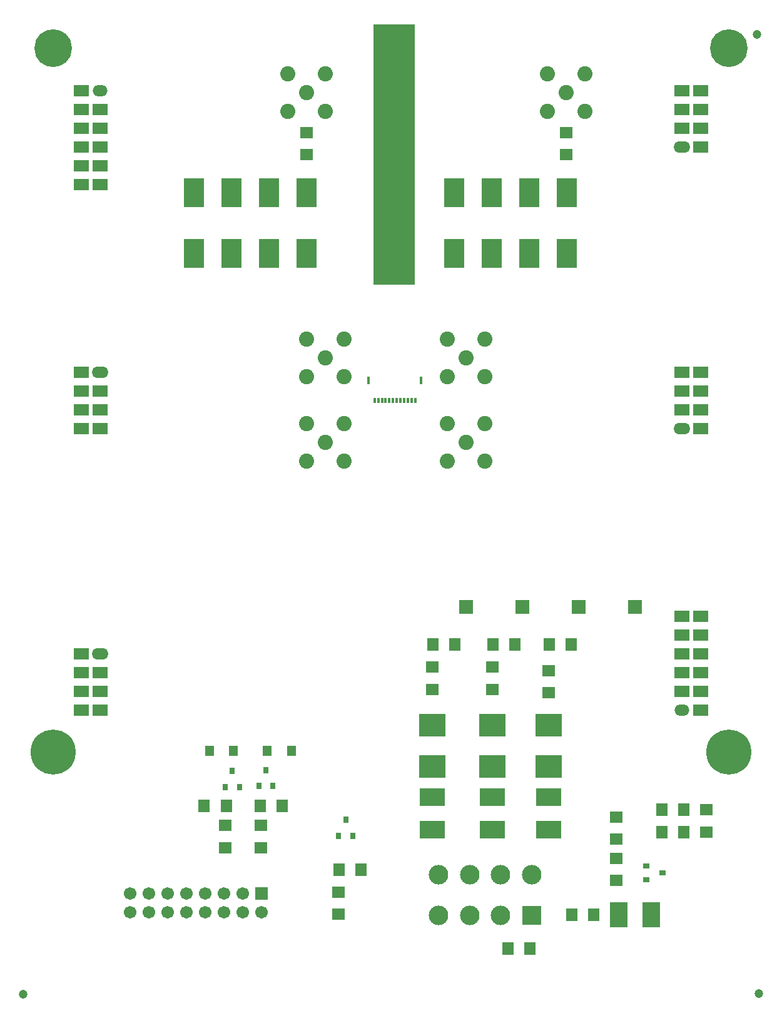
<source format=gts>
G04 Layer_Color=8388736*
%FSLAX44Y44*%
%MOMM*%
G71*
G01*
G75*
%ADD56R,5.6000X35.2000*%
%ADD57C,1.2000*%
%ADD58R,0.4000X1.1000*%
%ADD59R,0.4000X0.8000*%
%ADD60R,1.7016X1.5016*%
%ADD61R,1.7000X1.5000*%
%ADD62R,1.5000X1.7000*%
%ADD63R,3.6016X3.1016*%
%ADD64R,2.4016X3.5016*%
%ADD65R,3.5016X2.4016*%
%ADD66R,2.7400X4.0100*%
%ADD67R,1.2016X1.3216*%
%ADD68R,0.7016X0.9016*%
%ADD69R,0.7016X0.9016*%
%ADD70R,0.9016X0.7016*%
%ADD71R,0.9016X0.7016*%
%ADD72C,2.0516*%
%ADD73C,1.7016*%
%ADD74R,1.7016X1.7016*%
%ADD75C,6.1000*%
%ADD76C,5.1000*%
%ADD77C,2.6416*%
%ADD78R,2.6416X2.6416*%
%ADD79R,1.8796X1.8796*%
%ADD80R,2.0066X1.5240*%
%ADD81O,2.2606X1.5240*%
%ADD82O,2.0066X1.5240*%
%ADD83C,0.0000*%
D56*
X502000Y1136000D02*
D03*
D57*
X-250Y-250D02*
D03*
X995750Y750D02*
D03*
X993300Y1298800D02*
D03*
D58*
X467600Y830000D02*
D03*
X538400D02*
D03*
D59*
X475500Y803500D02*
D03*
X480500D02*
D03*
X485500D02*
D03*
X490500D02*
D03*
X495500D02*
D03*
X500500D02*
D03*
X505500D02*
D03*
X510500D02*
D03*
X515500D02*
D03*
X520500D02*
D03*
X525500D02*
D03*
X530500D02*
D03*
D60*
X924720Y249300D02*
D03*
Y219300D02*
D03*
X711360Y437740D02*
D03*
Y407740D02*
D03*
X635160Y442340D02*
D03*
Y412340D02*
D03*
X553880D02*
D03*
Y442340D02*
D03*
D61*
X802800Y239380D02*
D03*
Y209380D02*
D03*
Y153500D02*
D03*
Y183500D02*
D03*
X321412Y198127D02*
D03*
Y228127D02*
D03*
X426880Y137780D02*
D03*
Y107780D02*
D03*
X273591Y228127D02*
D03*
Y198127D02*
D03*
X735117Y1165933D02*
D03*
Y1135933D02*
D03*
X383017D02*
D03*
Y1165933D02*
D03*
D62*
X244643Y254970D02*
D03*
X274643D02*
D03*
X320360Y254970D02*
D03*
X350360D02*
D03*
X457120Y168500D02*
D03*
X427120D02*
D03*
X894000Y249780D02*
D03*
X864000D02*
D03*
X741600Y473300D02*
D03*
X711600D02*
D03*
X864000Y219300D02*
D03*
X894000D02*
D03*
X665400Y473300D02*
D03*
X635400D02*
D03*
X685720Y61820D02*
D03*
X655720D02*
D03*
X554120Y473300D02*
D03*
X584120D02*
D03*
X742080Y107540D02*
D03*
X772080D02*
D03*
D63*
X711360Y364197D02*
D03*
Y308083D02*
D03*
X635160Y364197D02*
D03*
Y308083D02*
D03*
X553880D02*
D03*
Y364197D02*
D03*
D64*
X806200Y107540D02*
D03*
X850200D02*
D03*
D65*
X711360Y266700D02*
D03*
Y222700D02*
D03*
X635160D02*
D03*
Y266700D02*
D03*
X553880D02*
D03*
Y222700D02*
D03*
D66*
X231015Y1002607D02*
D03*
Y1083907D02*
D03*
X281815Y1002607D02*
D03*
Y1083907D02*
D03*
X332615Y1002607D02*
D03*
Y1083907D02*
D03*
X383415Y1002607D02*
D03*
Y1083907D02*
D03*
X583115Y1002607D02*
D03*
Y1083907D02*
D03*
X633915Y1002607D02*
D03*
Y1083907D02*
D03*
X684715Y1002607D02*
D03*
Y1083907D02*
D03*
X735515Y1002607D02*
D03*
Y1083907D02*
D03*
D67*
X284462Y329193D02*
D03*
X251762D02*
D03*
X362669Y328694D02*
D03*
X329969D02*
D03*
D68*
X436405Y235810D02*
D03*
X282952Y301800D02*
D03*
X328447Y302961D02*
D03*
D69*
X445930Y214220D02*
D03*
X426880Y214220D02*
D03*
X273427Y280211D02*
D03*
X292477Y280210D02*
D03*
X337972Y281371D02*
D03*
X318922Y281371D02*
D03*
D70*
X843440Y173580D02*
D03*
X843440Y154530D02*
D03*
D71*
X865030Y164055D02*
D03*
D72*
X625000Y771750D02*
D03*
X574200D02*
D03*
Y720950D02*
D03*
X625000D02*
D03*
X599600Y746350D02*
D03*
X434500Y771750D02*
D03*
X383700D02*
D03*
Y720950D02*
D03*
X434500D02*
D03*
X409100Y746350D02*
D03*
X625000Y886050D02*
D03*
X574200D02*
D03*
Y835250D02*
D03*
X625000D02*
D03*
X599600Y860650D02*
D03*
X434500Y886050D02*
D03*
X383700D02*
D03*
Y835250D02*
D03*
X434500D02*
D03*
X409100Y860650D02*
D03*
X760517Y1244913D02*
D03*
X709717D02*
D03*
Y1194113D02*
D03*
X760517D02*
D03*
X735117Y1219513D02*
D03*
X408417Y1244913D02*
D03*
X357617D02*
D03*
Y1194113D02*
D03*
X408417D02*
D03*
X383017Y1219513D02*
D03*
D73*
X145000Y110700D02*
D03*
Y136100D02*
D03*
X170400Y110700D02*
D03*
Y136100D02*
D03*
X195800Y110700D02*
D03*
Y136100D02*
D03*
X221200Y110700D02*
D03*
Y136100D02*
D03*
X246600Y110700D02*
D03*
Y136100D02*
D03*
X272000Y110700D02*
D03*
Y136100D02*
D03*
X297400D02*
D03*
X322800Y110700D02*
D03*
X297400D02*
D03*
D74*
X322800Y136100D02*
D03*
D75*
X40800Y327200D02*
D03*
X955200D02*
D03*
D76*
Y1279700D02*
D03*
X40800D02*
D03*
D77*
X646000Y106710D02*
D03*
X604000D02*
D03*
X562000D02*
D03*
X688000Y161710D02*
D03*
X646000D02*
D03*
X604000D02*
D03*
X562000D02*
D03*
D78*
X688000Y106710D02*
D03*
D79*
X828200Y524100D02*
D03*
X675800D02*
D03*
X752000D02*
D03*
X599600D02*
D03*
D80*
X917100Y1146400D02*
D03*
Y1222600D02*
D03*
Y1197200D02*
D03*
X891700D02*
D03*
X917100Y1171800D02*
D03*
X891700D02*
D03*
Y1222600D02*
D03*
Y841600D02*
D03*
Y790800D02*
D03*
X917100D02*
D03*
X891700Y816200D02*
D03*
X917100D02*
D03*
Y841600D02*
D03*
Y765400D02*
D03*
X78900Y841600D02*
D03*
Y765400D02*
D03*
Y790800D02*
D03*
X104300D02*
D03*
X78900Y816200D02*
D03*
X104300D02*
D03*
Y765400D02*
D03*
Y384400D02*
D03*
Y435200D02*
D03*
X78900D02*
D03*
X104300Y409800D02*
D03*
X78900D02*
D03*
Y384400D02*
D03*
Y460600D02*
D03*
X891700Y511400D02*
D03*
X917100D02*
D03*
Y486000D02*
D03*
X891700D02*
D03*
X917100Y460600D02*
D03*
X891700D02*
D03*
X917100Y435200D02*
D03*
X891700D02*
D03*
X917100Y409800D02*
D03*
X891700D02*
D03*
X917100Y384400D02*
D03*
X78900Y1222600D02*
D03*
X104300Y1197200D02*
D03*
X78900D02*
D03*
X104300Y1171800D02*
D03*
X78900D02*
D03*
X104300Y1146400D02*
D03*
X78900D02*
D03*
X104300Y1121000D02*
D03*
X78900D02*
D03*
Y1095600D02*
D03*
X104300D02*
D03*
D81*
X891700Y1146400D02*
D03*
Y765400D02*
D03*
X104300Y841600D02*
D03*
Y460600D02*
D03*
D82*
X891700Y384400D02*
D03*
X104300Y1222600D02*
D03*
D83*
X333000Y622000D02*
D03*
Y637000D02*
D03*
X230000Y752000D02*
D03*
Y727000D02*
D03*
Y702000D02*
D03*
Y682000D02*
D03*
X205000D02*
D03*
Y702000D02*
D03*
Y727000D02*
D03*
Y752000D02*
D03*
X155000Y612000D02*
D03*
X135000Y597000D02*
D03*
Y612000D02*
D03*
Y627000D02*
D03*
Y643000D02*
D03*
Y657000D02*
D03*
Y672000D02*
D03*
Y687000D02*
D03*
Y702000D02*
D03*
X655000Y977000D02*
D03*
X935000Y1207000D02*
D03*
Y1192000D02*
D03*
Y1177000D02*
D03*
Y1162000D02*
D03*
Y1147000D02*
D03*
X870000Y1207000D02*
D03*
X855000D02*
D03*
X840000D02*
D03*
X825000D02*
D03*
X810000D02*
D03*
X790000Y1197000D02*
D03*
X780000Y1187000D02*
D03*
X610000Y1217000D02*
D03*
X640000D02*
D03*
X670000Y1212000D02*
D03*
X675000Y1202000D02*
D03*
X685000Y1192000D02*
D03*
X660000D02*
D03*
X615000Y1187000D02*
D03*
X605000Y1192000D02*
D03*
X595000Y1187000D02*
D03*
X585000Y1192000D02*
D03*
X575000Y1187000D02*
D03*
X565000Y1192000D02*
D03*
X554000Y1187000D02*
D03*
X544000Y1192000D02*
D03*
X535000Y1187000D02*
D03*
X525000Y1192000D02*
D03*
X515000Y1187000D02*
D03*
X505000Y1192000D02*
D03*
X520000Y1217000D02*
D03*
X550000D02*
D03*
X580000D02*
D03*
X485000Y1207000D02*
D03*
X480000Y1192000D02*
D03*
Y1177000D02*
D03*
X525000Y1162000D02*
D03*
X500000D02*
D03*
X485000Y1167000D02*
D03*
X395000Y1182000D02*
D03*
X370000D02*
D03*
X365000Y1167000D02*
D03*
X368000Y838000D02*
D03*
X358000Y828000D02*
D03*
X348000Y818000D02*
D03*
X308000Y863000D02*
D03*
Y878000D02*
D03*
X348000Y853000D02*
D03*
X253000Y933000D02*
D03*
X283000Y908000D02*
D03*
X208000Y898000D02*
D03*
X228000Y868000D02*
D03*
Y883000D02*
D03*
X208000D02*
D03*
Y868000D02*
D03*
Y853000D02*
D03*
X218000Y788000D02*
D03*
X233000D02*
D03*
Y768000D02*
D03*
X218000D02*
D03*
X203000D02*
D03*
X138000Y818000D02*
D03*
Y803000D02*
D03*
Y788000D02*
D03*
X565000Y1279750D02*
D03*
X533250D02*
D03*
X501500D02*
D03*
X469750D02*
D03*
X533250Y1216250D02*
D03*
X501500D02*
D03*
X469750D02*
D03*
Y1184500D02*
D03*
X565000Y1216250D02*
D03*
Y1248000D02*
D03*
X533250D02*
D03*
X501500D02*
D03*
X469750D02*
D03*
X618650Y974950D02*
D03*
Y962250D02*
D03*
X605950Y949550D02*
D03*
X593250Y943200D02*
D03*
X599600Y917800D02*
D03*
X586900D02*
D03*
X113000Y703000D02*
D03*
X108000Y728000D02*
D03*
X218000Y548000D02*
D03*
X143000Y573000D02*
D03*
X127000D02*
D03*
X108000Y588000D02*
D03*
Y633000D02*
D03*
Y678000D02*
D03*
X123000Y713000D02*
D03*
X143000Y733000D02*
D03*
X133000Y723000D02*
D03*
X98000Y718000D02*
D03*
X108000Y693000D02*
D03*
X83000D02*
D03*
Y678000D02*
D03*
Y648000D02*
D03*
X203000Y548000D02*
D03*
X286900Y514000D02*
D03*
X188000Y548000D02*
D03*
X254600Y523800D02*
D03*
X307500Y638400D02*
D03*
Y651100D02*
D03*
Y663800D02*
D03*
Y676500D02*
D03*
Y689200D02*
D03*
Y701900D02*
D03*
X294800Y816200D02*
D03*
Y803500D02*
D03*
Y790800D02*
D03*
X307500D02*
D03*
X294800Y841600D02*
D03*
Y854300D02*
D03*
Y867000D02*
D03*
Y879700D02*
D03*
Y892400D02*
D03*
Y905100D02*
D03*
Y917800D02*
D03*
Y930500D02*
D03*
Y943200D02*
D03*
Y955900D02*
D03*
Y968600D02*
D03*
X313850Y924150D02*
D03*
X326550Y936850D02*
D03*
X339250Y949550D02*
D03*
X529750Y1013050D02*
D03*
X498000D02*
D03*
X466250D02*
D03*
X498000Y981300D02*
D03*
X466250D02*
D03*
Y1076550D02*
D03*
X498000D02*
D03*
X529750D02*
D03*
Y1108300D02*
D03*
X498000D02*
D03*
X466250D02*
D03*
X491650Y1152750D02*
D03*
X542450Y1127350D02*
D03*
X555150Y1152750D02*
D03*
X542450D02*
D03*
X529750D02*
D03*
X517050D02*
D03*
X504350D02*
D03*
X478950D02*
D03*
X466250D02*
D03*
X453550D02*
D03*
Y1127350D02*
D03*
X466250D02*
D03*
X478950D02*
D03*
X491650D02*
D03*
X504350D02*
D03*
X517050D02*
D03*
X529750D02*
D03*
X555150D02*
D03*
X567850Y1114650D02*
D03*
X555150D02*
D03*
Y1101950D02*
D03*
Y1089250D02*
D03*
Y1076550D02*
D03*
Y1063850D02*
D03*
Y1019400D02*
D03*
Y1006700D02*
D03*
Y994000D02*
D03*
X561500Y1044800D02*
D03*
X548800D02*
D03*
X536100D02*
D03*
X523400D02*
D03*
X510700D02*
D03*
X498000D02*
D03*
X485300D02*
D03*
X472600D02*
D03*
X459900D02*
D03*
X529750Y886050D02*
D03*
X498000D02*
D03*
X466250D02*
D03*
X669450Y746350D02*
D03*
X644050Y720950D02*
D03*
X656750Y733650D02*
D03*
X688500Y841600D02*
D03*
X669450D02*
D03*
X656750Y854300D02*
D03*
X644050Y867000D02*
D03*
X637700Y841600D02*
D03*
X650400Y828900D02*
D03*
X663100Y816200D02*
D03*
X701200D02*
D03*
X682150D02*
D03*
Y790800D02*
D03*
X650400Y771750D02*
D03*
X637700Y759050D02*
D03*
X669450D02*
D03*
X656750Y746350D02*
D03*
X663100Y784450D02*
D03*
X555150Y917800D02*
D03*
X820578Y1181435D02*
D03*
X460618Y816637D02*
D03*
X449119Y707769D02*
D03*
X529750Y968600D02*
D03*
X517050D02*
D03*
X444350D02*
D03*
X431650D02*
D03*
Y981300D02*
D03*
Y994000D02*
D03*
Y1006700D02*
D03*
Y1019400D02*
D03*
Y1101950D02*
D03*
Y1089250D02*
D03*
Y1076550D02*
D03*
Y1063850D02*
D03*
X21750Y1216250D02*
D03*
Y1184500D02*
D03*
Y1152750D02*
D03*
Y1121000D02*
D03*
Y1089250D02*
D03*
Y1057500D02*
D03*
Y1025750D02*
D03*
Y994000D02*
D03*
Y962250D02*
D03*
Y930500D02*
D03*
X53500Y1025750D02*
D03*
Y1057500D02*
D03*
X85250Y1025750D02*
D03*
Y1057500D02*
D03*
Y962250D02*
D03*
Y994000D02*
D03*
X53500D02*
D03*
Y962250D02*
D03*
Y930500D02*
D03*
Y898750D02*
D03*
X85250Y930500D02*
D03*
X117000Y898750D02*
D03*
X85250D02*
D03*
X21750D02*
D03*
Y867000D02*
D03*
Y835250D02*
D03*
Y803500D02*
D03*
X688500Y1216250D02*
D03*
X215750Y1152750D02*
D03*
Y1184500D02*
D03*
X247500D02*
D03*
X279250D02*
D03*
X311000D02*
D03*
X342750Y1216250D02*
D03*
X311000Y1241650D02*
D03*
Y1216250D02*
D03*
X279250D02*
D03*
X247500D02*
D03*
X215750D02*
D03*
X129856Y1171129D02*
D03*
X128877Y1157429D02*
D03*
X129856Y1145686D02*
D03*
X85250Y1248000D02*
D03*
X117000D02*
D03*
X148750D02*
D03*
X180500D02*
D03*
X215750D02*
D03*
X247500D02*
D03*
X279250D02*
D03*
X247500Y1152750D02*
D03*
Y1121000D02*
D03*
X215750D02*
D03*
X210000Y1090700D02*
D03*
Y1060700D02*
D03*
Y1030700D02*
D03*
Y1000700D02*
D03*
X240000Y960700D02*
D03*
X266550Y943200D02*
D03*
X498000Y613000D02*
D03*
Y644750D02*
D03*
Y676500D02*
D03*
X529750D02*
D03*
Y644750D02*
D03*
X561500Y676500D02*
D03*
Y708250D02*
D03*
X529750D02*
D03*
X498000D02*
D03*
X466250D02*
D03*
Y676500D02*
D03*
Y644750D02*
D03*
Y613000D02*
D03*
Y581250D02*
D03*
X434500D02*
D03*
Y613000D02*
D03*
Y644750D02*
D03*
Y676500D02*
D03*
X408263Y716087D02*
D03*
X402750Y676500D02*
D03*
Y644750D02*
D03*
Y613000D02*
D03*
Y581250D02*
D03*
X173000Y548000D02*
D03*
X249200Y477300D02*
D03*
X371000Y644750D02*
D03*
Y676500D02*
D03*
Y708250D02*
D03*
X752000Y581250D02*
D03*
X688500Y549500D02*
D03*
X656750Y581250D02*
D03*
X688500D02*
D03*
X593250D02*
D03*
X625000Y549500D02*
D03*
Y581250D02*
D03*
Y613000D02*
D03*
X656750D02*
D03*
X688500D02*
D03*
X720250D02*
D03*
X752000D02*
D03*
X656750Y644750D02*
D03*
X688500D02*
D03*
X720250D02*
D03*
X752000D02*
D03*
Y676500D02*
D03*
X688500D02*
D03*
X720250D02*
D03*
Y708250D02*
D03*
X752000Y740000D02*
D03*
Y708250D02*
D03*
X783750D02*
D03*
Y740000D02*
D03*
X815500D02*
D03*
Y708250D02*
D03*
Y676500D02*
D03*
X783750D02*
D03*
Y644750D02*
D03*
X815500D02*
D03*
Y613000D02*
D03*
X783750D02*
D03*
Y581250D02*
D03*
Y498700D02*
D03*
X815500Y581250D02*
D03*
X847250D02*
D03*
Y613000D02*
D03*
Y708250D02*
D03*
Y740000D02*
D03*
X879000D02*
D03*
X910750D02*
D03*
X942500D02*
D03*
Y708250D02*
D03*
X910750D02*
D03*
X879000D02*
D03*
Y676500D02*
D03*
X847250D02*
D03*
Y644750D02*
D03*
X879000D02*
D03*
Y613000D02*
D03*
X910750D02*
D03*
Y644750D02*
D03*
Y676500D02*
D03*
X942500D02*
D03*
Y644750D02*
D03*
Y613000D02*
D03*
Y581250D02*
D03*
X910750D02*
D03*
X879000D02*
D03*
X123350Y790800D02*
D03*
Y816200D02*
D03*
X123000Y843000D02*
D03*
X138000D02*
D03*
X63000Y828000D02*
D03*
Y778000D02*
D03*
X97950Y860650D02*
D03*
X78900D02*
D03*
X47150Y854300D02*
D03*
Y835250D02*
D03*
Y816200D02*
D03*
Y797150D02*
D03*
X53500Y771750D02*
D03*
X128000Y748000D02*
D03*
X138000Y758000D02*
D03*
X128000Y763000D02*
D03*
X118000Y738000D02*
D03*
X85250Y740000D02*
D03*
X53500D02*
D03*
Y708250D02*
D03*
X88000Y708000D02*
D03*
X108000Y663000D02*
D03*
Y648000D02*
D03*
X83000Y663000D02*
D03*
X53500Y676500D02*
D03*
X108000Y618000D02*
D03*
X83000Y633000D02*
D03*
X53500Y644750D02*
D03*
Y613000D02*
D03*
X83000Y603000D02*
D03*
X108000D02*
D03*
X113000Y573000D02*
D03*
X82000Y575000D02*
D03*
X53500Y581250D02*
D03*
X98000Y548000D02*
D03*
X53500Y549500D02*
D03*
Y517750D02*
D03*
X88000Y558000D02*
D03*
X113000Y548000D02*
D03*
X143000D02*
D03*
X158000D02*
D03*
X263000Y533000D02*
D03*
X148750Y486000D02*
D03*
X128000Y548000D02*
D03*
X21750Y771750D02*
D03*
Y740000D02*
D03*
Y708250D02*
D03*
Y676500D02*
D03*
Y644750D02*
D03*
Y613000D02*
D03*
X752000Y867000D02*
D03*
X720250D02*
D03*
X656750Y898750D02*
D03*
X688500Y867000D02*
D03*
X656750D02*
D03*
X688500Y898750D02*
D03*
X720250D02*
D03*
X752000D02*
D03*
X783750D02*
D03*
X815500Y930500D02*
D03*
X783750D02*
D03*
X752000D02*
D03*
X720250D02*
D03*
X688500D02*
D03*
X631350Y949550D02*
D03*
X618650Y936850D02*
D03*
X572488Y917923D02*
D03*
X599600Y962250D02*
D03*
X644050Y955900D02*
D03*
Y968600D02*
D03*
X688500Y962250D02*
D03*
X815500D02*
D03*
X783750D02*
D03*
X752000D02*
D03*
X720250D02*
D03*
X783750Y994000D02*
D03*
X815500D02*
D03*
Y1025750D02*
D03*
X783750D02*
D03*
Y1057500D02*
D03*
X815500D02*
D03*
X974250Y1121000D02*
D03*
Y1089250D02*
D03*
Y1057500D02*
D03*
Y1025750D02*
D03*
Y994000D02*
D03*
Y962250D02*
D03*
Y930500D02*
D03*
X847250Y1057500D02*
D03*
Y1025750D02*
D03*
Y994000D02*
D03*
Y962250D02*
D03*
X879000Y994000D02*
D03*
Y1025750D02*
D03*
Y1057500D02*
D03*
Y1089250D02*
D03*
X847250D02*
D03*
X815500D02*
D03*
X783750D02*
D03*
X625000Y1248000D02*
D03*
X656750D02*
D03*
Y1216250D02*
D03*
X625000D02*
D03*
X593250D02*
D03*
Y1248000D02*
D03*
X438000Y1184500D02*
D03*
Y1216250D02*
D03*
Y1248000D02*
D03*
X783750D02*
D03*
Y1279750D02*
D03*
X752000D02*
D03*
X720250D02*
D03*
X688500D02*
D03*
X656750D02*
D03*
X625000D02*
D03*
X593250D02*
D03*
X438000D02*
D03*
X406250D02*
D03*
X374500D02*
D03*
X342750D02*
D03*
X311000D02*
D03*
X279250D02*
D03*
X247500D02*
D03*
X215750D02*
D03*
X180500D02*
D03*
X148750D02*
D03*
X117000D02*
D03*
X85250D02*
D03*
X766024Y1222744D02*
D03*
X784658Y1215784D02*
D03*
X797454D02*
D03*
X845947Y1222968D02*
D03*
X857846D02*
D03*
X853600Y1152750D02*
D03*
X840900Y1140050D02*
D03*
X866300Y1127350D02*
D03*
X853600D02*
D03*
X840900D02*
D03*
X828200D02*
D03*
X815500D02*
D03*
X802800D02*
D03*
X790100D02*
D03*
X777400D02*
D03*
X764700D02*
D03*
X752000D02*
D03*
X805536Y1180312D02*
D03*
X798230Y1172842D02*
D03*
X832970Y1181404D02*
D03*
X851318D02*
D03*
X840900Y1171800D02*
D03*
X828200Y1159100D02*
D03*
X815500Y1152750D02*
D03*
X802800D02*
D03*
X790100D02*
D03*
X777400D02*
D03*
X764700D02*
D03*
X790100D02*
D03*
Y1165450D02*
D03*
X777400D02*
D03*
Y1152750D02*
D03*
X790100Y1127350D02*
D03*
X802800D02*
D03*
X777400D02*
D03*
X764700D02*
D03*
X752000D02*
D03*
X764700Y1152750D02*
D03*
Y1165450D02*
D03*
X752000Y1152750D02*
D03*
Y1165450D02*
D03*
X732950Y1248000D02*
D03*
X707550Y1222600D02*
D03*
X669000Y1182000D02*
D03*
X650400Y1184500D02*
D03*
X637700Y1190850D02*
D03*
X625000D02*
D03*
X399900Y1127350D02*
D03*
X412600D02*
D03*
X425300D02*
D03*
X438000D02*
D03*
X574200D02*
D03*
X586900D02*
D03*
X599600D02*
D03*
X612300D02*
D03*
X399900Y1171800D02*
D03*
Y1159100D02*
D03*
X412600Y1152750D02*
D03*
X425300D02*
D03*
X438000D02*
D03*
X574200D02*
D03*
X586900D02*
D03*
X599600D02*
D03*
X612300D02*
D03*
X349100Y1171800D02*
D03*
X412600Y1216250D02*
D03*
X380850Y1248000D02*
D03*
X355450Y1216250D02*
D03*
X311000Y1152750D02*
D03*
X323700D02*
D03*
X336400D02*
D03*
X349100D02*
D03*
X361800D02*
D03*
X355450Y1127350D02*
D03*
X342750D02*
D03*
X330050D02*
D03*
X317350D02*
D03*
X304650D02*
D03*
X291950D02*
D03*
X294800Y1152750D02*
D03*
X282100Y1159100D02*
D03*
X266550Y1152750D02*
D03*
Y1140050D02*
D03*
Y1127350D02*
D03*
X707550Y1108300D02*
D03*
Y1095600D02*
D03*
Y1082900D02*
D03*
Y1070200D02*
D03*
Y1057500D02*
D03*
X758350Y1063850D02*
D03*
Y1076550D02*
D03*
Y1089250D02*
D03*
Y1101950D02*
D03*
Y1114650D02*
D03*
X745650D02*
D03*
X726600D02*
D03*
X707550Y1127350D02*
D03*
X694850D02*
D03*
X682150D02*
D03*
X669450D02*
D03*
X656750D02*
D03*
X713900Y1165450D02*
D03*
X707550Y1152750D02*
D03*
X694850D02*
D03*
X682150D02*
D03*
X669450D02*
D03*
X656750D02*
D03*
X701200Y1165450D02*
D03*
X688500D02*
D03*
X675800D02*
D03*
X663100D02*
D03*
X650400D02*
D03*
X618650D02*
D03*
X625000Y1152750D02*
D03*
X644050D02*
D03*
X625000Y1127350D02*
D03*
X644050D02*
D03*
X656750Y1076550D02*
D03*
Y1089250D02*
D03*
Y1101950D02*
D03*
Y1114650D02*
D03*
X644050D02*
D03*
X467713Y759634D02*
D03*
X479945Y767708D02*
D03*
X904400Y1114650D02*
D03*
Y1101950D02*
D03*
X929800Y1121000D02*
D03*
Y1101950D02*
D03*
Y1082900D02*
D03*
Y1063850D02*
D03*
X891700Y1241650D02*
D03*
X904400Y1127350D02*
D03*
X891700D02*
D03*
X879000D02*
D03*
X872650Y1140050D02*
D03*
Y1159100D02*
D03*
X869422Y1182383D02*
D03*
X869744Y1221846D02*
D03*
X923450Y1241650D02*
D03*
X942500Y1228950D02*
D03*
X955200Y1216250D02*
D03*
Y1197200D02*
D03*
Y1178150D02*
D03*
Y1159100D02*
D03*
Y1140050D02*
D03*
Y1121000D02*
D03*
Y1101950D02*
D03*
Y1082900D02*
D03*
Y1063850D02*
D03*
X948850Y955900D02*
D03*
X936150Y943200D02*
D03*
X923450Y930500D02*
D03*
X910750Y917800D02*
D03*
X904400Y1082900D02*
D03*
Y1063850D02*
D03*
Y1044800D02*
D03*
Y1025750D02*
D03*
Y1006700D02*
D03*
Y987650D02*
D03*
Y974950D02*
D03*
X891700Y962250D02*
D03*
X879000Y949550D02*
D03*
X866300Y936850D02*
D03*
X898050Y905100D02*
D03*
X885350Y892400D02*
D03*
X872650Y879700D02*
D03*
X859950Y867000D02*
D03*
X847250Y854300D02*
D03*
X821850Y816200D02*
D03*
X840900D02*
D03*
X859950D02*
D03*
X872650D02*
D03*
X802800Y790800D02*
D03*
X821850D02*
D03*
X840900D02*
D03*
X859950D02*
D03*
X872650D02*
D03*
Y765400D02*
D03*
X859950D02*
D03*
X840900D02*
D03*
X821850D02*
D03*
X802800D02*
D03*
X783750D02*
D03*
X764700D02*
D03*
X732950Y803500D02*
D03*
X872650Y841600D02*
D03*
X853600D02*
D03*
X879000Y917800D02*
D03*
X866300Y905100D02*
D03*
X853600Y924150D02*
D03*
X840900Y911450D02*
D03*
X828200Y898750D02*
D03*
X815500Y886050D02*
D03*
X802800Y873350D02*
D03*
X600066Y890275D02*
D03*
X556764Y850643D02*
D03*
Y868991D02*
D03*
X707550Y841600D02*
D03*
X726600D02*
D03*
X745650D02*
D03*
X739300Y816200D02*
D03*
X540862Y813701D02*
D03*
X498000Y816200D02*
D03*
X510700D02*
D03*
Y828900D02*
D03*
X517050Y841600D02*
D03*
X527651Y855780D02*
D03*
X539638Y865811D02*
D03*
X469425Y862875D02*
D03*
X483614Y851376D02*
D03*
X494379Y839878D02*
D03*
X497804Y827890D02*
D03*
X453278Y759145D02*
D03*
X475541Y815414D02*
D03*
X462330Y842325D02*
D03*
X451810Y849175D02*
D03*
X402750Y803500D02*
D03*
X409242Y829603D02*
D03*
X415450Y803500D02*
D03*
X409976Y776515D02*
D03*
X345600Y765400D02*
D03*
X764700Y803500D02*
D03*
X548800Y587600D02*
D03*
X523400Y562200D02*
D03*
X612300Y651100D02*
D03*
X688500Y727300D02*
D03*
X644050Y733650D02*
D03*
X421800Y428850D02*
D03*
X409100Y416150D02*
D03*
X383000Y423000D02*
D03*
X378000Y383000D02*
D03*
X368000Y374000D02*
D03*
X358000Y363000D02*
D03*
X348000Y353000D02*
D03*
X373000Y413000D02*
D03*
X333000Y373000D02*
D03*
X323000Y398000D02*
D03*
X288450Y378050D02*
D03*
X275750Y371700D02*
D03*
X263050D02*
D03*
X250350D02*
D03*
X237650D02*
D03*
X224950D02*
D03*
X212250D02*
D03*
X199550D02*
D03*
X186850D02*
D03*
X174150D02*
D03*
X161450D02*
D03*
X148750D02*
D03*
X136050D02*
D03*
X123350D02*
D03*
Y384400D02*
D03*
X97950Y479650D02*
D03*
X85250D02*
D03*
X66200D02*
D03*
X53500Y460600D02*
D03*
X40800D02*
D03*
Y447900D02*
D03*
Y435200D02*
D03*
Y422500D02*
D03*
Y409800D02*
D03*
Y397100D02*
D03*
Y384400D02*
D03*
Y371700D02*
D03*
X72550Y365350D02*
D03*
X85250Y352650D02*
D03*
X97950D02*
D03*
X110650D02*
D03*
X199550Y403450D02*
D03*
X237650Y466950D02*
D03*
X224950Y454250D02*
D03*
X212250Y441550D02*
D03*
X199550Y428850D02*
D03*
X186850Y416150D02*
D03*
X174150Y403450D02*
D03*
X161450Y397100D02*
D03*
X148750D02*
D03*
X136050D02*
D03*
X123350D02*
D03*
Y422500D02*
D03*
X136050D02*
D03*
X21750Y581250D02*
D03*
Y549500D02*
D03*
Y517750D02*
D03*
Y486000D02*
D03*
Y454250D02*
D03*
Y422500D02*
D03*
Y359000D02*
D03*
Y390750D02*
D03*
X545265Y842814D02*
D03*
X488997Y778472D02*
D03*
X600066Y719268D02*
D03*
X598109Y829603D02*
D03*
X551381Y732723D02*
D03*
X525204Y790215D02*
D03*
X530831Y767463D02*
D03*
X454501Y734436D02*
D03*
X468936D02*
D03*
X482147Y740796D02*
D03*
X492422Y750582D02*
D03*
X506367Y760857D02*
D03*
X518354Y750093D02*
D03*
X527161Y740062D02*
D03*
X537437Y733457D02*
D03*
X599822Y776759D02*
D03*
X739300Y746350D02*
D03*
X726600Y733650D02*
D03*
X713900Y720950D02*
D03*
X650400Y689200D02*
D03*
X599600Y606650D02*
D03*
X625000Y663800D02*
D03*
X586900Y625700D02*
D03*
Y663800D02*
D03*
X574200Y651100D02*
D03*
X561500Y638400D02*
D03*
X548800Y625700D02*
D03*
X574200Y581250D02*
D03*
X548800Y555850D02*
D03*
X536100Y543150D02*
D03*
Y613000D02*
D03*
X523400Y600300D02*
D03*
X510700Y587600D02*
D03*
X498000Y574900D02*
D03*
X485300Y562200D02*
D03*
X472600Y549500D02*
D03*
X459900D02*
D03*
X440850D02*
D03*
X421800D02*
D03*
X402750D02*
D03*
X230600Y499300D02*
D03*
X243400Y512500D02*
D03*
X212500Y524300D02*
D03*
X224950Y441550D02*
D03*
X244000Y454250D02*
D03*
X307500Y346300D02*
D03*
X123350Y352650D02*
D03*
X136050D02*
D03*
X148750D02*
D03*
X161450D02*
D03*
X212250D02*
D03*
X244000D02*
D03*
X358300Y435200D02*
D03*
X333000Y408000D02*
D03*
X332900Y854300D02*
D03*
Y873350D02*
D03*
X345600Y886050D02*
D03*
X358300Y898750D02*
D03*
X371000Y911450D02*
D03*
X383700Y917800D02*
D03*
X402750D02*
D03*
X421800D02*
D03*
X440850D02*
D03*
X459900D02*
D03*
X478950D02*
D03*
X498000D02*
D03*
X517050D02*
D03*
X536100D02*
D03*
X524862Y984259D02*
D03*
X567850Y943200D02*
D03*
X580550D02*
D03*
Y962250D02*
D03*
Y974950D02*
D03*
X599600Y981300D02*
D03*
X663100Y994000D02*
D03*
Y1006700D02*
D03*
Y1019400D02*
D03*
X605950D02*
D03*
Y1006700D02*
D03*
Y994000D02*
D03*
X542450Y981300D02*
D03*
X555150Y974950D02*
D03*
X656750Y1063850D02*
D03*
X618650Y1114650D02*
D03*
X605950Y1063850D02*
D03*
Y1076550D02*
D03*
Y1089250D02*
D03*
Y1101950D02*
D03*
Y1114650D02*
D03*
X593250D02*
D03*
X580550D02*
D03*
X444350D02*
D03*
X431650D02*
D03*
X418950D02*
D03*
X368150D02*
D03*
X393550D02*
D03*
X406250D02*
D03*
Y1101950D02*
D03*
Y1089250D02*
D03*
Y1076550D02*
D03*
Y1063850D02*
D03*
X355450D02*
D03*
Y1076550D02*
D03*
Y1089250D02*
D03*
Y1101950D02*
D03*
Y1114650D02*
D03*
X342750D02*
D03*
X330050D02*
D03*
X317350D02*
D03*
X304650Y1089250D02*
D03*
Y1063850D02*
D03*
Y1076550D02*
D03*
Y1101950D02*
D03*
Y1114650D02*
D03*
X291950D02*
D03*
X260200D02*
D03*
Y1101950D02*
D03*
Y1089250D02*
D03*
Y1076550D02*
D03*
Y1063850D02*
D03*
X412600Y1019400D02*
D03*
Y1006700D02*
D03*
Y994000D02*
D03*
Y981300D02*
D03*
Y968600D02*
D03*
X399900D02*
D03*
X387200D02*
D03*
X374500D02*
D03*
X361800D02*
D03*
Y981300D02*
D03*
Y994000D02*
D03*
Y1006700D02*
D03*
Y1019400D02*
D03*
X260200D02*
D03*
Y1006700D02*
D03*
Y994000D02*
D03*
Y981300D02*
D03*
X304650Y1019400D02*
D03*
Y1006700D02*
D03*
Y994000D02*
D03*
Y981300D02*
D03*
Y968600D02*
D03*
Y955900D02*
D03*
X383700Y943200D02*
D03*
X402750D02*
D03*
X421800D02*
D03*
X440850D02*
D03*
X459900D02*
D03*
X478950D02*
D03*
X498000D02*
D03*
X517050D02*
D03*
X536100D02*
D03*
X555150D02*
D03*
Y962250D02*
D03*
X752000Y1044800D02*
D03*
X739300D02*
D03*
X726600D02*
D03*
X713900D02*
D03*
X701200D02*
D03*
X688500D02*
D03*
X675800D02*
D03*
X663100D02*
D03*
X644050D02*
D03*
X631350D02*
D03*
X618650D02*
D03*
X605950D02*
D03*
X593250D02*
D03*
X580550D02*
D03*
X444350D02*
D03*
X431650D02*
D03*
X418950D02*
D03*
X406250D02*
D03*
X393550D02*
D03*
X380850D02*
D03*
X368150D02*
D03*
X355450D02*
D03*
X342750D02*
D03*
X330050D02*
D03*
X317350D02*
D03*
X304650D02*
D03*
X291950D02*
D03*
X279250D02*
D03*
X266550D02*
D03*
X253850D02*
D03*
X241150D02*
D03*
X228450D02*
D03*
X266550Y968600D02*
D03*
Y955900D02*
D03*
X304650Y943200D02*
D03*
X203000Y792000D02*
D03*
X268000Y928000D02*
D03*
X228000Y853000D02*
D03*
Y838000D02*
D03*
X213000Y803000D02*
D03*
X200000Y820000D02*
D03*
X332900Y841600D02*
D03*
X377350Y803500D02*
D03*
X358300Y790800D02*
D03*
Y816200D02*
D03*
X276600Y501800D02*
D03*
X204200Y512100D02*
D03*
X243000Y538000D02*
D03*
X264400Y490500D02*
D03*
X332900Y651100D02*
D03*
Y670150D02*
D03*
Y689200D02*
D03*
Y708250D02*
D03*
Y727300D02*
D03*
Y746350D02*
D03*
Y765400D02*
D03*
Y790800D02*
D03*
Y816200D02*
D03*
X223000Y813000D02*
D03*
X208000Y838000D02*
D03*
X293000Y768000D02*
D03*
X158000Y573000D02*
D03*
X173000D02*
D03*
X83000Y618000D02*
D03*
Y588000D02*
D03*
X188000Y573000D02*
D03*
X243000Y553000D02*
D03*
X219400Y535000D02*
D03*
X599600Y676500D02*
D03*
X612300Y689200D02*
D03*
X625000Y701900D02*
D03*
X682150Y765400D02*
D03*
X701200Y790800D02*
D03*
X453768Y869236D02*
D03*
X554073Y756698D02*
D03*
X489486Y790460D02*
D03*
X540617Y759634D02*
D03*
X526917Y778717D02*
D03*
X548201Y826912D02*
D03*
X406796Y889297D02*
D03*
X834550Y841600D02*
D03*
X809150Y816200D02*
D03*
X815500Y854300D02*
D03*
X790100Y860650D02*
D03*
X777400Y847950D02*
D03*
X764700Y841600D02*
D03*
X720250Y816200D02*
D03*
Y790800D02*
D03*
X796450Y803500D02*
D03*
X783750Y790800D02*
D03*
X752000Y759050D02*
D03*
X701200Y708250D02*
D03*
X688500Y695550D02*
D03*
X675800Y682850D02*
D03*
X663100Y670150D02*
D03*
X650400Y657450D02*
D03*
X637700Y644750D02*
D03*
X586900Y593950D02*
D03*
X612300Y619350D02*
D03*
X625000Y632050D02*
D03*
X637700Y676500D02*
D03*
X574200Y613000D02*
D03*
X364650Y943200D02*
D03*
X351950Y930500D02*
D03*
X339250Y917800D02*
D03*
X326550Y905100D02*
D03*
X313850Y892400D02*
D03*
X368000Y873000D02*
D03*
X358000Y863000D02*
D03*
X308000Y848000D02*
D03*
X307500Y816200D02*
D03*
Y803500D02*
D03*
Y765400D02*
D03*
Y752700D02*
D03*
Y740000D02*
D03*
Y727300D02*
D03*
Y714600D02*
D03*
X123350Y447900D02*
D03*
X193200Y498700D02*
D03*
X180500Y486000D02*
D03*
X167800Y473300D02*
D03*
X155100Y460600D02*
D03*
X142400Y447900D02*
D03*
X218600Y486000D02*
D03*
X205900Y473300D02*
D03*
X193200Y460600D02*
D03*
X180500Y447900D02*
D03*
X167800Y435200D02*
D03*
X148750Y422500D02*
D03*
X343000Y418000D02*
D03*
X313000Y388000D02*
D03*
X307500Y422500D02*
D03*
X275750D02*
D03*
X244000D02*
D03*
X212250D02*
D03*
X180500Y390750D02*
D03*
X212250D02*
D03*
X244000D02*
D03*
X275750D02*
D03*
X85250Y327250D02*
D03*
X123350D02*
D03*
X136050D02*
D03*
X148750D02*
D03*
X180500Y295500D02*
D03*
X148750D02*
D03*
X117000D02*
D03*
X85250D02*
D03*
X21750Y263750D02*
D03*
X53500D02*
D03*
X180500D02*
D03*
X148750D02*
D03*
X117000D02*
D03*
X85250D02*
D03*
Y232000D02*
D03*
X53500D02*
D03*
X21750D02*
D03*
Y200250D02*
D03*
Y168500D02*
D03*
X53500D02*
D03*
Y200250D02*
D03*
X85250D02*
D03*
Y168500D02*
D03*
X117000D02*
D03*
X148750D02*
D03*
X117000Y136750D02*
D03*
X85250D02*
D03*
X53500D02*
D03*
X21750D02*
D03*
Y105000D02*
D03*
X53500D02*
D03*
X85250D02*
D03*
X117000D02*
D03*
X529750Y200250D02*
D03*
X593250D02*
D03*
X117000D02*
D03*
Y232000D02*
D03*
X148750D02*
D03*
Y200250D02*
D03*
X244000Y232000D02*
D03*
X212250D02*
D03*
X180500D02*
D03*
Y168500D02*
D03*
Y200250D02*
D03*
X244000D02*
D03*
X212250D02*
D03*
Y168500D02*
D03*
X244000D02*
D03*
X294800D02*
D03*
X339250D02*
D03*
X294800Y200250D02*
D03*
Y232000D02*
D03*
Y263750D02*
D03*
X212250Y295500D02*
D03*
X161450Y327250D02*
D03*
X307500D02*
D03*
X402750D02*
D03*
X675800Y200250D02*
D03*
X783750D02*
D03*
X752000D02*
D03*
Y168500D02*
D03*
Y136750D02*
D03*
X371000Y168500D02*
D03*
Y200250D02*
D03*
Y232000D02*
D03*
X402750D02*
D03*
Y200250D02*
D03*
Y168500D02*
D03*
X371000Y136750D02*
D03*
X402750D02*
D03*
X466250Y105000D02*
D03*
Y136750D02*
D03*
X498000Y105000D02*
D03*
Y136750D02*
D03*
Y168500D02*
D03*
X434500Y263750D02*
D03*
X402750D02*
D03*
X434500Y295500D02*
D03*
X466250Y263750D02*
D03*
Y200250D02*
D03*
X498000D02*
D03*
X593250Y295500D02*
D03*
Y263750D02*
D03*
X498000D02*
D03*
Y295500D02*
D03*
X466250D02*
D03*
Y327250D02*
D03*
X498000D02*
D03*
X675800Y263750D02*
D03*
Y295500D02*
D03*
X752000D02*
D03*
Y263750D02*
D03*
X783750D02*
D03*
Y295500D02*
D03*
Y327250D02*
D03*
X726600Y390750D02*
D03*
X701200D02*
D03*
X656750Y422500D02*
D03*
Y390750D02*
D03*
X625000D02*
D03*
X580550D02*
D03*
Y422500D02*
D03*
X561500Y390750D02*
D03*
X529750D02*
D03*
X498000D02*
D03*
X466250D02*
D03*
X434500Y359000D02*
D03*
Y390750D02*
D03*
X402750Y359000D02*
D03*
X371000D02*
D03*
X388000Y393000D02*
D03*
X498000Y422500D02*
D03*
X466250D02*
D03*
X434500D02*
D03*
X343000Y383000D02*
D03*
X353000Y393000D02*
D03*
X363000Y403000D02*
D03*
X510700Y549500D02*
D03*
X536100Y574900D02*
D03*
X561500Y600300D02*
D03*
X599600Y638400D02*
D03*
X701200Y740000D02*
D03*
X726600Y765400D02*
D03*
X752000Y790800D02*
D03*
X777400Y816200D02*
D03*
X802800Y841600D02*
D03*
X828200Y867000D02*
D03*
X840900Y879700D02*
D03*
X853600Y892400D02*
D03*
X891700Y930500D02*
D03*
X929800Y987650D02*
D03*
X942500Y898750D02*
D03*
Y867000D02*
D03*
X974250D02*
D03*
Y898750D02*
D03*
X929800Y968600D02*
D03*
X904400Y943200D02*
D03*
X917100Y955900D02*
D03*
X955200Y1044800D02*
D03*
X929800Y1006700D02*
D03*
Y1025750D02*
D03*
Y1044800D02*
D03*
X955200Y968600D02*
D03*
Y1025750D02*
D03*
Y1006700D02*
D03*
Y987650D02*
D03*
X974250Y1152750D02*
D03*
Y1184500D02*
D03*
Y1216250D02*
D03*
X910750Y1248000D02*
D03*
X879000D02*
D03*
X847250D02*
D03*
Y1279750D02*
D03*
X879000D02*
D03*
X910750D02*
D03*
X974250Y835250D02*
D03*
Y803500D02*
D03*
Y771750D02*
D03*
Y740000D02*
D03*
Y708250D02*
D03*
Y676500D02*
D03*
Y644750D02*
D03*
Y613000D02*
D03*
Y581250D02*
D03*
Y390750D02*
D03*
Y422500D02*
D03*
Y454250D02*
D03*
Y486000D02*
D03*
Y517750D02*
D03*
Y549500D02*
D03*
X942500D02*
D03*
X910750D02*
D03*
X879000D02*
D03*
X847250Y517750D02*
D03*
Y549500D02*
D03*
X783750D02*
D03*
Y517750D02*
D03*
X828200Y435200D02*
D03*
X847250D02*
D03*
X783750Y403450D02*
D03*
X974250Y359000D02*
D03*
X879000D02*
D03*
X847250D02*
D03*
X815500D02*
D03*
Y327250D02*
D03*
X847250D02*
D03*
X815500Y295500D02*
D03*
Y263750D02*
D03*
X847250Y200250D02*
D03*
Y232000D02*
D03*
Y263750D02*
D03*
Y295500D02*
D03*
X910750D02*
D03*
Y263750D02*
D03*
X942500D02*
D03*
X974250D02*
D03*
Y200250D02*
D03*
X942500D02*
D03*
X910750Y168500D02*
D03*
X942500D02*
D03*
X974250D02*
D03*
X879000Y105000D02*
D03*
X910750D02*
D03*
X942500D02*
D03*
X974250D02*
D03*
Y136750D02*
D03*
X942500D02*
D03*
X910750D02*
D03*
X879000D02*
D03*
X815500D02*
D03*
X783750D02*
D03*
X752000Y73250D02*
D03*
X783750D02*
D03*
X815500D02*
D03*
X847250D02*
D03*
X879000D02*
D03*
X910750D02*
D03*
X942500D02*
D03*
X974250D02*
D03*
X783750Y41500D02*
D03*
X758350D02*
D03*
X720250D02*
D03*
X688500D02*
D03*
X656750D02*
D03*
X625000D02*
D03*
X593250D02*
D03*
X434500Y73250D02*
D03*
X466250D02*
D03*
X498000D02*
D03*
X561500D02*
D03*
Y41500D02*
D03*
X529750D02*
D03*
X498000D02*
D03*
X466250D02*
D03*
X434500D02*
D03*
X402750D02*
D03*
Y73250D02*
D03*
X21750Y41500D02*
D03*
Y73250D02*
D03*
X53500D02*
D03*
X85250D02*
D03*
X117000D02*
D03*
X148750D02*
D03*
X180500D02*
D03*
X212250D02*
D03*
X244000D02*
D03*
X275750D02*
D03*
X307500D02*
D03*
X339250D02*
D03*
X371000D02*
D03*
Y41500D02*
D03*
X339250D02*
D03*
X307500D02*
D03*
X275750D02*
D03*
X244000D02*
D03*
X212250D02*
D03*
X180500D02*
D03*
X148750D02*
D03*
X117000D02*
D03*
X85250D02*
D03*
X53500D02*
D03*
X663100Y701900D02*
D03*
X675800Y714600D02*
D03*
X713900Y752700D02*
D03*
M02*

</source>
